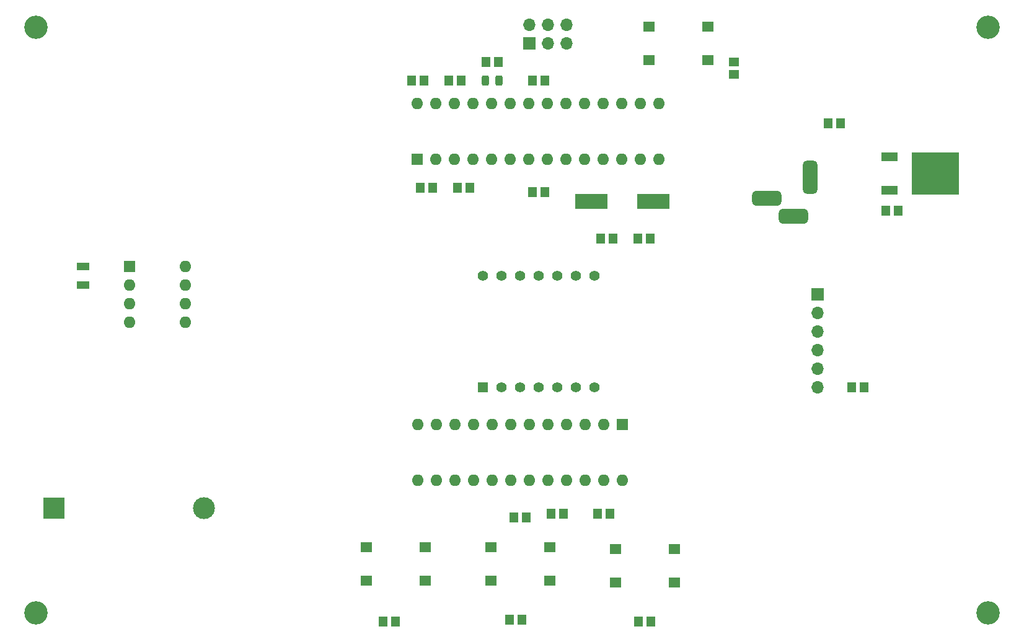
<source format=gbr>
%TF.GenerationSoftware,KiCad,Pcbnew,(6.0.5)*%
%TF.CreationDate,2022-07-26T14:11:09-07:00*%
%TF.ProjectId,Final schematic,46696e61-6c20-4736-9368-656d61746963,rev?*%
%TF.SameCoordinates,PX4b17a20PY8a12ae0*%
%TF.FileFunction,Soldermask,Top*%
%TF.FilePolarity,Negative*%
%FSLAX46Y46*%
G04 Gerber Fmt 4.6, Leading zero omitted, Abs format (unit mm)*
G04 Created by KiCad (PCBNEW (6.0.5)) date 2022-07-26 14:11:09*
%MOMM*%
%LPD*%
G01*
G04 APERTURE LIST*
G04 Aperture macros list*
%AMRoundRect*
0 Rectangle with rounded corners*
0 $1 Rounding radius*
0 $2 $3 $4 $5 $6 $7 $8 $9 X,Y pos of 4 corners*
0 Add a 4 corners polygon primitive as box body*
4,1,4,$2,$3,$4,$5,$6,$7,$8,$9,$2,$3,0*
0 Add four circle primitives for the rounded corners*
1,1,$1+$1,$2,$3*
1,1,$1+$1,$4,$5*
1,1,$1+$1,$6,$7*
1,1,$1+$1,$8,$9*
0 Add four rect primitives between the rounded corners*
20,1,$1+$1,$2,$3,$4,$5,0*
20,1,$1+$1,$4,$5,$6,$7,0*
20,1,$1+$1,$6,$7,$8,$9,0*
20,1,$1+$1,$8,$9,$2,$3,0*%
G04 Aperture macros list end*
%ADD10C,3.200000*%
%ADD11R,1.150000X1.400000*%
%ADD12R,1.700000X1.700000*%
%ADD13O,1.700000X1.700000*%
%ADD14R,2.200000X1.200000*%
%ADD15R,6.400000X5.800000*%
%ADD16R,1.600000X1.400000*%
%ADD17R,1.400000X1.150000*%
%ADD18RoundRect,0.243750X-0.243750X-0.456250X0.243750X-0.456250X0.243750X0.456250X-0.243750X0.456250X0*%
%ADD19R,1.400000X1.400000*%
%ADD20C,1.400000*%
%ADD21R,1.600000X1.600000*%
%ADD22O,1.600000X1.600000*%
%ADD23R,3.000000X3.000000*%
%ADD24C,3.000000*%
%ADD25R,4.500000X2.000000*%
%ADD26R,1.800000X1.000000*%
%ADD27RoundRect,0.500000X0.500000X-1.750000X0.500000X1.750000X-0.500000X1.750000X-0.500000X-1.750000X0*%
%ADD28RoundRect,0.500000X1.500000X0.500000X-1.500000X0.500000X-1.500000X-0.500000X1.500000X-0.500000X0*%
G04 APERTURE END LIST*
D10*
%TO.C,H4*%
X136260000Y4780000D03*
%TD*%
D11*
%TO.C,C2*%
X119380000Y35560000D03*
X117680000Y35560000D03*
%TD*%
%TO.C,C7*%
X88470000Y55900000D03*
X90170000Y55900000D03*
%TD*%
D12*
%TO.C,J3*%
X73660000Y82550000D03*
D13*
X73660000Y85090000D03*
X76200000Y82550000D03*
X76200000Y85090000D03*
X78740000Y82550000D03*
X78740000Y85090000D03*
%TD*%
D14*
%TO.C,U2*%
X122800000Y67050000D03*
D15*
X129100000Y64770000D03*
D14*
X122800000Y62490000D03*
%TD*%
D11*
%TO.C,C1*%
X75780000Y77470000D03*
X74080000Y77470000D03*
%TD*%
D12*
%TO.C,J2*%
X113030000Y48260000D03*
D13*
X113030000Y45720000D03*
X113030000Y43180000D03*
X113030000Y40640000D03*
X113030000Y38100000D03*
X113030000Y35560000D03*
%TD*%
D16*
%TO.C,SW3*%
X68390000Y13680000D03*
X76390000Y13680000D03*
X68390000Y9180000D03*
X76390000Y9180000D03*
%TD*%
D11*
%TO.C,R6*%
X73240000Y17780000D03*
X71540000Y17780000D03*
%TD*%
D17*
%TO.C,R4*%
X101600000Y78310000D03*
X101600000Y80010000D03*
%TD*%
D11*
%TO.C,C4*%
X74080000Y62230000D03*
X75780000Y62230000D03*
%TD*%
%TO.C,R7*%
X53672000Y3556000D03*
X55372000Y3556000D03*
%TD*%
D18*
%TO.C,D1*%
X67642500Y77470000D03*
X69517500Y77470000D03*
%TD*%
D11*
%TO.C,C9*%
X76620000Y18288000D03*
X78320000Y18288000D03*
%TD*%
D19*
%TO.C,DS1*%
X67310000Y35560000D03*
D20*
X69850000Y35560000D03*
X72390000Y35560000D03*
X74930000Y35560000D03*
X77470000Y35560000D03*
X80010000Y35560000D03*
X82550000Y35560000D03*
X82550000Y50800000D03*
X80010000Y50800000D03*
X77470000Y50800000D03*
X74930000Y50800000D03*
X72390000Y50800000D03*
X69850000Y50800000D03*
X67310000Y50800000D03*
%TD*%
D21*
%TO.C,U1*%
X58350000Y66685000D03*
D22*
X60890000Y66685000D03*
X63430000Y66685000D03*
X65970000Y66685000D03*
X68510000Y66685000D03*
X71050000Y66685000D03*
X73590000Y66685000D03*
X76130000Y66685000D03*
X78670000Y66685000D03*
X81210000Y66685000D03*
X83750000Y66685000D03*
X86290000Y66685000D03*
X88830000Y66685000D03*
X91370000Y66685000D03*
X91370000Y74305000D03*
X88830000Y74305000D03*
X86290000Y74305000D03*
X83750000Y74305000D03*
X81210000Y74305000D03*
X78670000Y74305000D03*
X76130000Y74305000D03*
X73590000Y74305000D03*
X71050000Y74305000D03*
X68510000Y74305000D03*
X65970000Y74305000D03*
X63430000Y74305000D03*
X60890000Y74305000D03*
X58350000Y74305000D03*
%TD*%
D11*
%TO.C,R10*%
X90258000Y3556000D03*
X88558000Y3556000D03*
%TD*%
D10*
%TO.C,H2*%
X136260000Y84780000D03*
%TD*%
D11*
%TO.C,R5*%
X62650000Y77470000D03*
X64350000Y77470000D03*
%TD*%
D10*
%TO.C,H3*%
X6260000Y4780000D03*
%TD*%
D21*
%TO.C,U4*%
X19060000Y52060000D03*
D22*
X19060000Y49520000D03*
X19060000Y46980000D03*
X19060000Y44440000D03*
X26680000Y44440000D03*
X26680000Y46980000D03*
X26680000Y49520000D03*
X26680000Y52060000D03*
%TD*%
D16*
%TO.C,SW1*%
X89980000Y84800000D03*
X97980000Y84800000D03*
X89980000Y80300000D03*
X97980000Y80300000D03*
%TD*%
D11*
%TO.C,C5*%
X124040000Y59690000D03*
X122340000Y59690000D03*
%TD*%
D23*
%TO.C,BT1*%
X8706314Y19049983D03*
D24*
X29196314Y19049983D03*
%TD*%
D10*
%TO.C,H1*%
X6260000Y84780000D03*
%TD*%
D16*
%TO.C,SW2*%
X51372000Y13680000D03*
X59372000Y13680000D03*
X51372000Y9180000D03*
X59372000Y9180000D03*
%TD*%
D11*
%TO.C,R1*%
X58760000Y62865000D03*
X60460000Y62865000D03*
%TD*%
%TO.C,R2*%
X63840000Y62865000D03*
X65540000Y62865000D03*
%TD*%
D25*
%TO.C,Y1*%
X90610000Y60960000D03*
X82110000Y60960000D03*
%TD*%
D16*
%TO.C,SW4*%
X85408000Y13426000D03*
X93408000Y13426000D03*
X85408000Y8926000D03*
X93408000Y8926000D03*
%TD*%
D11*
%TO.C,R9*%
X67730000Y80010000D03*
X69430000Y80010000D03*
%TD*%
D21*
%TO.C,U3*%
X86365000Y30480000D03*
D22*
X83825000Y30480000D03*
X81285000Y30480000D03*
X78745000Y30480000D03*
X76205000Y30480000D03*
X73665000Y30480000D03*
X71125000Y30480000D03*
X68585000Y30480000D03*
X66045000Y30480000D03*
X63505000Y30480000D03*
X60965000Y30480000D03*
X58425000Y30480000D03*
X58425000Y22860000D03*
X60965000Y22860000D03*
X63505000Y22860000D03*
X66045000Y22860000D03*
X68585000Y22860000D03*
X71125000Y22860000D03*
X73665000Y22860000D03*
X76205000Y22860000D03*
X78745000Y22860000D03*
X81285000Y22860000D03*
X83825000Y22860000D03*
X86365000Y22860000D03*
%TD*%
D26*
%TO.C,Y2*%
X12700000Y49550000D03*
X12700000Y52050000D03*
%TD*%
D11*
%TO.C,R8*%
X70944000Y3810000D03*
X72644000Y3810000D03*
%TD*%
%TO.C,C6*%
X85090000Y55900000D03*
X83390000Y55900000D03*
%TD*%
%TO.C,R3*%
X57570000Y77470000D03*
X59270000Y77470000D03*
%TD*%
%TO.C,C3*%
X114466000Y71628000D03*
X116166000Y71628000D03*
%TD*%
%TO.C,C8*%
X84670000Y18288000D03*
X82970000Y18288000D03*
%TD*%
D27*
%TO.C,J1*%
X112028000Y64228000D03*
D28*
X109728000Y58928000D03*
X106028000Y61428000D03*
%TD*%
M02*

</source>
